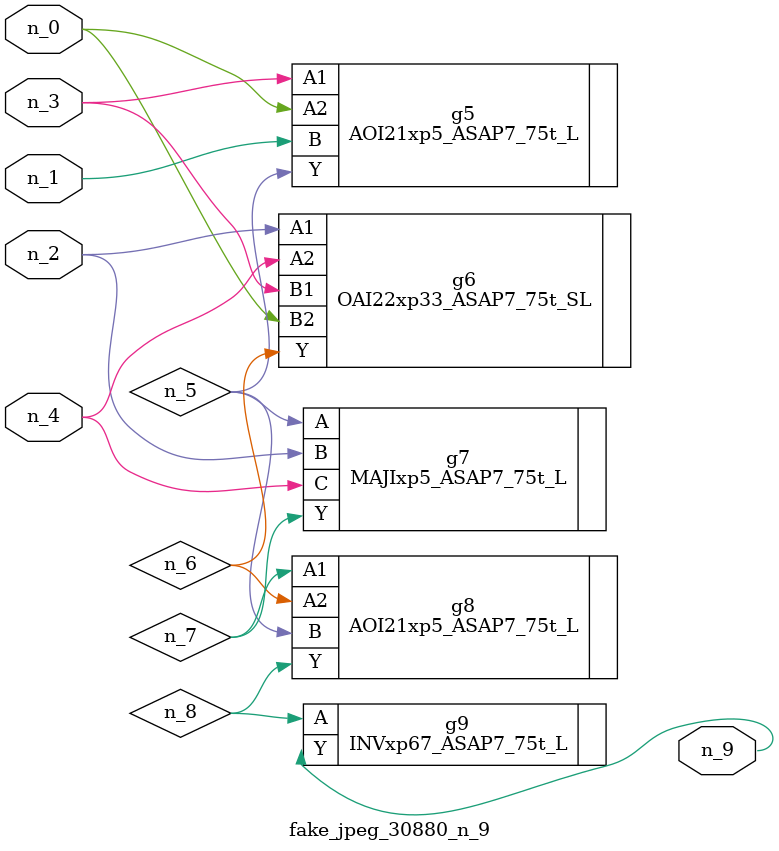
<source format=v>
module fake_jpeg_30880_n_9 (n_3, n_2, n_1, n_0, n_4, n_9);

input n_3;
input n_2;
input n_1;
input n_0;
input n_4;

output n_9;

wire n_8;
wire n_6;
wire n_5;
wire n_7;

AOI21xp5_ASAP7_75t_L g5 ( 
.A1(n_3),
.A2(n_0),
.B(n_1),
.Y(n_5)
);

OAI22xp33_ASAP7_75t_SL g6 ( 
.A1(n_2),
.A2(n_4),
.B1(n_3),
.B2(n_0),
.Y(n_6)
);

MAJIxp5_ASAP7_75t_L g7 ( 
.A(n_5),
.B(n_2),
.C(n_4),
.Y(n_7)
);

AOI21xp5_ASAP7_75t_L g8 ( 
.A1(n_7),
.A2(n_6),
.B(n_5),
.Y(n_8)
);

INVxp67_ASAP7_75t_L g9 ( 
.A(n_8),
.Y(n_9)
);


endmodule
</source>
